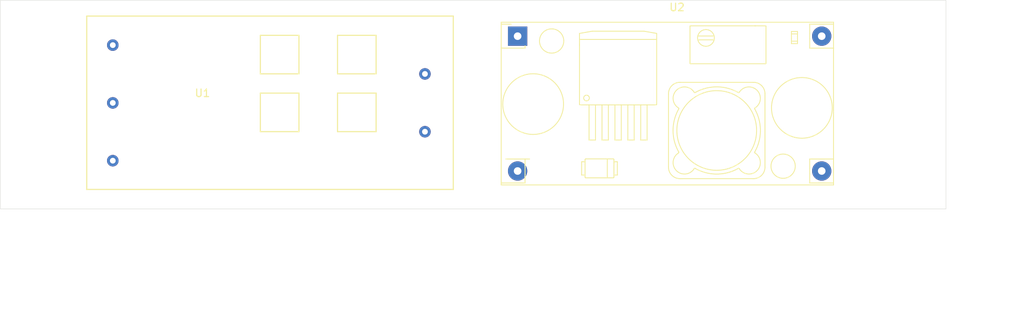
<source format=kicad_pcb>
(kicad_pcb (version 20240108) (generator "pcbnew") (generator_version "8.0")
  (layers (0 "F.Cu" signal) (31 "B.Cu" signal) (34 "B.Paste" user) (35 "F.Paste" user) (36 "B.SilkS" user "B.Silkscreen") (37 "F.SilkS" user "F.Silkscreen") (38 "B.Mask" user) (39 "F.Mask" user) (44 "Edge.Cuts" user))
  (net 0 "")
  (footprint "LM2596:YAAJ_DCDC_StepDown_LM2596" (layer "F.Cu") (at 152 76.72)
    (property "Reference" "U2" (at 21.59 -3.81 0) (layer "F.SilkS"))
    (property "Value" "YAAJ_DCDC_StepDown_LM2596")
    (fp_line (start -1.555 -1.835) (end -1.555 19.615) (stroke (width 0.12)) (layer "F.SilkS"))
    (fp_line (start -1.555 19.615) (end 42.195 19.615) (stroke (width 0.12)) (layer "F.SilkS"))
    (fp_line (start -1.55 -1.58) (end -0.25 -1.58) (stroke (width 0.12)) (layer "F.SilkS"))
    (fp_line (start -1.55 1.575) (end 1.58 1.58) (stroke (width 0.12)) (layer "F.SilkS"))
    (fp_line (start -1.55 19.36) (end 1.58 19.36) (stroke (width 0.12)) (layer "F.SilkS"))
    (fp_line (start -0.95 16.2) (end 2.18 16.2) (stroke (width 0.12)) (layer "F.SilkS"))
    (fp_line (start 1.58 1.27) (end 1.58 1.58) (stroke (width 0.12)) (layer "F.SilkS"))
    (fp_line (start 1.58 16.2) (end 1.58 19.36) (stroke (width 0.12)) (layer "F.SilkS"))
    (fp_line (start 8.749233 1.004149) (end 8.749233 1.165687) (stroke (width 0.12)) (layer "F.SilkS"))
    (fp_line (start 8.750233 -0.36239) (end 10.400233 -0.653329) (stroke (width 0.12)) (layer "F.SilkS"))
    (fp_line (start 8.750233 8.989106) (end 8.750233 -0.36239) (stroke (width 0.12)) (layer "F.SilkS"))
    (fp_line (start 8.750233 8.989106) (end 8.827797 9.06667) (stroke (width 0.12)) (layer "F.SilkS"))
    (fp_line (start 8.827797 9.06667) (end 18.83267 9.06667) (stroke (width 0.12)) (layer "F.SilkS"))
    (fp_line (start 9.031636 16.558217) (end 9.481636 16.558217) (stroke (width 0.12)) (layer "F.SilkS"))
    (fp_line (start 9.031636 18.308217) (end 9.031636 16.558217) (stroke (width 0.12)) (layer "F.SilkS"))
    (fp_line (start 9.481636 18.308217) (end 9.031636 18.308217) (stroke (width 0.12)) (layer "F.SilkS"))
    (fp_line (start 9.481636 18.583217) (end 9.481636 16.283217) (stroke (width 0.12)) (layer "F.SilkS"))
    (fp_line (start 9.581636 16.183217) (end 13.181636 16.183217) (stroke (width 0.12)) (layer "F.SilkS"))
    (fp_line (start 10.010233 13.69667) (end 10.010233 9.06667) (stroke (width 0.12)) (layer "F.SilkS"))
    (fp_line (start 10.010233 13.69667) (end 10.850233 13.69667) (stroke (width 0.12)) (layer "F.SilkS"))
    (fp_line (start 10.400233 -0.653329) (end 17.260233 -0.653329) (stroke (width 0.12)) (layer "F.SilkS"))
    (fp_line (start 10.850233 13.69667) (end 10.850233 9.06667) (stroke (width 0.12)) (layer "F.SilkS"))
    (fp_line (start 11.710233 13.69667) (end 11.710233 9.06667) (stroke (width 0.12)) (layer "F.SilkS"))
    (fp_line (start 11.710233 13.69667) (end 12.550233 13.69667) (stroke (width 0.12)) (layer "F.SilkS"))
    (fp_line (start 12.411358 16.283217) (end 12.411358 18.583217) (stroke (width 0.12)) (layer "F.SilkS"))
    (fp_line (start 12.550233 13.69667) (end 12.550233 9.06667) (stroke (width 0.12)) (layer "F.SilkS"))
    (fp_line (start 13.181636 18.683217) (end 9.581636 18.683217) (stroke (width 0.12)) (layer "F.SilkS"))
    (fp_line (start 13.281636 16.283217) (end 13.281636 18.583217) (stroke (width 0.12)) (layer "F.SilkS"))
    (fp_line (start 13.281636 16.558217) (end 13.731636 16.558217) (stroke (width 0.12)) (layer "F.SilkS"))
    (fp_line (start 13.282636 16.794696) (end 13.282636 16.700144) (stroke (width 0.12)) (layer "F.SilkS"))
    (fp_line (start 13.410233 13.69667) (end 13.410233 9.06667) (stroke (width 0.12)) (layer "F.SilkS"))
    (fp_line (start 13.410233 13.69667) (end 14.250233 13.69667) (stroke (width 0.12)) (layer "F.SilkS"))
    (fp_line (start 13.731636 16.558217) (end 13.731636 18.308217) (stroke (width 0.12)) (layer "F.SilkS"))
    (fp_line (start 13.731636 18.308217) (end 13.281636 18.308217) (stroke (width 0.12)) (layer "F.SilkS"))
    (fp_line (start 14.250233 13.69667) (end 14.250233 9.06667) (stroke (width 0.12)) (layer "F.SilkS"))
    (fp_line (start 15.110233 13.69667) (end 15.110233 9.06667) (stroke (width 0.12)) (layer "F.SilkS"))
    (fp_line (start 15.110233 13.69667) (end 15.950233 13.69667) (stroke (width 0.12)) (layer "F.SilkS"))
    (fp_line (start 15.950233 13.69667) (end 15.950233 9.06667) (stroke (width 0.12)) (layer "F.SilkS"))
    (fp_line (start 16.810233 13.69667) (end 16.810233 9.06667) (stroke (width 0.12)) (layer "F.SilkS"))
    (fp_line (start 16.810233 13.69667) (end 17.650233 13.69667) (stroke (width 0.12)) (layer "F.SilkS"))
    (fp_line (start 17.260233 -0.653329) (end 18.910233 -0.36239) (stroke (width 0.12)) (layer "F.SilkS"))
    (fp_line (start 17.650233 13.69667) (end 17.650233 9.06667) (stroke (width 0.12)) (layer "F.SilkS"))
    (fp_line (start 18.83267 9.06667) (end 18.910233 8.989106) (stroke (width 0.12)) (layer "F.SilkS"))
    (fp_line (start 18.910233 0.42667) (end 8.750233 0.42667) (stroke (width 0.12)) (layer "F.SilkS"))
    (fp_line (start 18.910233 8.989106) (end 18.910233 -0.36239) (stroke (width 0.12)) (layer "F.SilkS"))
    (fp_line (start 20.467397 7.585796) (end 20.467397 17.285796) (stroke (width 0.12)) (layer "F.SilkS"))
    (fp_line (start 21.967397 18.785796) (end 31.667397 18.785796) (stroke (width 0.12)) (layer "F.SilkS"))
    (fp_line (start 23.299783 3.582294) (end 23.299783 -1.317705) (stroke (width 0.12)) (layer "F.SilkS"))
    (fp_line (start 23.349783 -1.367705) (end 33.249783 -1.367705) (stroke (width 0.12)) (layer "F.SilkS"))
    (fp_line (start 24.336385 -0.0491) (end 24.360553 -0.017705) (stroke (width 0.12)) (layer "F.SilkS"))
    (fp_line (start 24.348594 0.007294) (end 24.324147 0.002062) (stroke (width 0.12)) (layer "F.SilkS"))
    (fp_line (start 24.348594 0.007294) (end 24.355764 -0.023925) (stroke (width 0.12)) (layer "F.SilkS"))
    (fp_line (start 24.348594 0.007294) (end 24.360553 -0.017705) (stroke (width 0.12)) (layer "F.SilkS"))
    (fp_line (start 24.360553 0.482294) (end 26.439014 0.482294) (stroke (width 0.12)) (layer "F.SilkS"))
    (fp_line (start 26.439014 -0.017705) (end 24.360553 -0.017705) (stroke (width 0.12)) (layer "F.SilkS"))
    (fp_line (start 31.667397 6.085796) (end 21.967397 6.085796) (stroke (width 0.12)) (layer "F.SilkS"))
    (fp_line (start 31.858978 -1.368705) (end 31.814106 -1.368705) (stroke (width 0.12)) (layer "F.SilkS"))
    (fp_line (start 31.942312 -1.368705) (end 31.908357 -1.368705) (stroke (width 0.12)) (layer "F.SilkS"))
    (fp_line (start 33.167397 17.285796) (end 33.167397 7.585796) (stroke (width 0.12)) (layer "F.SilkS"))
    (fp_line (start 33.249783 3.632294) (end 23.349783 3.632294) (stroke (width 0.12)) (layer "F.SilkS"))
    (fp_line (start 33.299783 -1.317705) (end 33.299783 3.582294) (stroke (width 0.12)) (layer "F.SilkS"))
    (fp_line (start 36.648681 -0.299704) (end 37.448681 -0.299704) (stroke (width 0.12)) (layer "F.SilkS"))
    (fp_line (start 36.648681 0.980295) (end 36.648681 -0.619704) (stroke (width 0.12)) (layer "F.SilkS"))
    (fp_line (start 37.448681 -0.619704) (end 36.648681 -0.619704) (stroke (width 0.12)) (layer "F.SilkS"))
    (fp_line (start 37.448681 -0.619704) (end 37.448681 0.980295) (stroke (width 0.12)) (layer "F.SilkS"))
    (fp_line (start 37.448681 0.660295) (end 36.648681 0.660295) (stroke (width 0.12)) (layer "F.SilkS"))
    (fp_line (start 37.448681 0.980295) (end 36.648681 0.980295) (stroke (width 0.12)) (layer "F.SilkS"))
    (fp_line (start 39.06 -1.58) (end 42.175 -1.58) (stroke (width 0.12)) (layer "F.SilkS"))
    (fp_line (start 39.06 1.58) (end 39.06 -1.58) (stroke (width 0.12)) (layer "F.SilkS"))
    (fp_line (start 39.06 1.58) (end 42.22 1.58) (stroke (width 0.12)) (layer "F.SilkS"))
    (fp_line (start 39.06 16.2) (end 42.175 16.2) (stroke (width 0.12)) (layer "F.SilkS"))
    (fp_line (start 39.06 19.36) (end 39.06 16.2) (stroke (width 0.12)) (layer "F.SilkS"))
    (fp_line (start 39.06 19.36) (end 42.175 19.36) (stroke (width 0.12)) (layer "F.SilkS"))
    (fp_line (start 42.195 -1.835) (end -1.555 -1.835) (stroke (width 0.12)) (layer "F.SilkS"))
    (fp_line (start 42.195 19.615) (end 42.195 -1.835) (stroke (width 0.12)) (layer "F.SilkS"))
    (fp_arc (start 9.481636 16.283217) (mid 9.510921 16.212508) (end 9.581636 16.183217) (stroke (width 0.12)) (layer "F.SilkS"))
    (fp_arc (start 9.581636 18.683217) (mid 9.510896 18.653941) (end 9.481636 18.583217) (stroke (width 0.12)) (layer "F.SilkS"))
    (fp_arc (start 13.181636 16.183217) (mid 13.252317 16.21252) (end 13.281636 16.283217) (stroke (width 0.12)) (layer "F.SilkS"))
    (fp_arc (start 13.281636 18.583217) (mid 13.252343 18.653929) (end 13.181636 18.683217) (stroke (width 0.12)) (layer "F.SilkS"))
    (fp_arc (start 20.467397 7.585796) (mid 20.906738 6.525137) (end 21.967397 6.085796) (stroke (width 0.12)) (layer "F.SilkS"))
    (fp_arc (start 21.781131 9.46601) (mid 21.825155 9.526249) (end 21.815218 9.600183) (stroke (width 0.12)) (layer "F.SilkS"))
    (fp_arc (start 21.781132 9.466011) (mid 21.514101 7.132501) (end 23.847611 7.399531) (stroke (width 0.12)) (layer "F.SilkS"))
    (fp_arc (start 21.815217 15.271409) (mid 21.825126 15.345337) (end 21.781132 15.405582) (stroke (width 0.12)) (layer "F.SilkS"))
    (fp_arc (start 21.815218 15.27141) (mid 21.067399 12.435797) (end 21.815218 9.600183) (stroke (width 0.12)) (layer "F.SilkS"))
    (fp_arc (start 21.967397 18.785796) (mid 20.90674 18.346455) (end 20.467397 17.285796) (stroke (width 0.12)) (layer "F.SilkS"))
    (fp_arc (start 23.299783 -1.317705) (mid 23.314428 -1.353063) (end 23.349783 -1.367705) (stroke (width 0.12)) (layer "F.SilkS"))
    (fp_arc (start 23.349783 3.632294) (mid 23.314441 3.617643) (end 23.299783 3.582294) (stroke (width 0.12)) (layer "F.SilkS"))
    (fp_arc (start 23.847611 17.472062) (mid 21.514153 17.739048) (end 21.781132 15.405582) (stroke (width 0.12)) (layer "F.SilkS"))
    (fp_arc (start 23.847611 17.472062) (mid 23.90785 17.428041) (end 23.981783 17.437976) (stroke (width 0.12)) (layer "F.SilkS"))
    (fp_arc (start 23.981783 7.433617) (mid 23.907859 7.44352) (end 23.847611 7.399531) (stroke (width 0.12)) (layer "F.SilkS"))
    (fp_arc (start 23.981784 7.433617) (mid 26.817398 6.685796) (end 29.653011 7.433617) (stroke (width 0.12)) (layer "F.SilkS"))
    (fp_arc (start 24.324148 0.462527) (mid 26.469639 -0.023582) (end 24.336385 0.51369) (stroke (width 0.12)) (layer "F.SilkS"))
    (fp_arc (start 29.653011 17.437976) (mid 26.817397 18.185797) (end 23.981783 17.437976) (stroke (width 0.12)) (layer "F.SilkS"))
    (fp_arc (start 29.653011 17.437976) (mid 29.726938 17.428069) (end 29.787183 17.472062) (stroke (width 0.12)) (layer "F.SilkS"))
    (fp_arc (start 29.787183 7.399531) (mid 29.726945 7.443551) (end 29.653011 7.433617) (stroke (width 0.12)) (layer "F.SilkS"))
    (fp_arc (start 29.787183 7.399531) (mid 32.120655 7.132547) (end 31.853662 9.466011) (stroke (width 0.12)) (layer "F.SilkS"))
    (fp_arc (start 31.667397 6.085796) (mid 32.728061 6.525135) (end 33.167397 7.585796) (stroke (width 0.12)) (layer "F.SilkS"))
    (fp_arc (start 31.819576 9.600183) (mid 32.567399 12.435797) (end 31.819576 15.27141) (stroke (width 0.12)) (layer "F.SilkS"))
    (fp_arc (start 31.819577 9.600184) (mid 31.809674 9.526259) (end 31.853662 9.466011) (stroke (width 0.12)) (layer "F.SilkS"))
    (fp_arc (start 31.853662 15.405582) (mid 32.120701 17.739101) (end 29.787183 17.472062) (stroke (width 0.12)) (layer "F.SilkS"))
    (fp_arc (start 31.853663 15.405583) (mid 31.809646 15.345344) (end 31.819576 15.27141) (stroke (width 0.12)) (layer "F.SilkS"))
    (fp_arc (start 33.167397 17.285796) (mid 32.728058 18.346458) (end 31.667397 18.785796) (stroke (width 0.12)) (layer "F.SilkS"))
    (fp_arc (start 33.249783 -1.367705) (mid 33.285151 -1.353067) (end 33.299783 -1.317705) (stroke (width 0.12)) (layer "F.SilkS"))
    (fp_arc (start 33.299783 3.582294) (mid 33.285139 3.617647) (end 33.249783 3.632294) (stroke (width 0.12)) (layer "F.SilkS"))
    (fp_circle (center 2.646666 8.957418) (end 6.646666 8.957418) (stroke (width 0.12)) (fill none) (layer "F.SilkS"))
    (fp_circle (center 5.08 0.635) (end 6.678999 0.635) (stroke (width 0.12)) (fill none) (layer "F.SilkS"))
    (fp_circle (center 9.673179 8.154594) (end 10.048179 8.154594) (stroke (width 0.12)) (fill none) (layer "F.SilkS"))
    (fp_circle (center 26.817397 12.435796) (end 32.067397 12.435796) (stroke (width 0.12)) (fill none) (layer "F.SilkS"))
    (fp_circle (center 35.56 17.145) (end 37.159 17.145) (stroke (width 0.12)) (fill none) (layer "F.SilkS"))
    (fp_circle (center 38.029307 9.455206) (end 42.029307 9.455206) (stroke (width 0.12)) (fill none) (layer "F.SilkS"))
    (pad "1" thru_hole rect (at 0.6 0) (size 2.54 2.54) (drill 1) (layers "*.Cu" "*.Mask"))
    (pad "2" thru_hole circle (at 0.6 17.78) (size 2.54 2.54) (drill 1) (layers "*.Cu" "*.Mask"))
    (pad "3" thru_hole circle (at 40.64 17.78) (size 2.54 2.54) (drill 1) (layers "*.Cu" "*.Mask"))
    (pad "4" thru_hole circle (at 40.64 0) (size 2.54 2.54) (drill 1) (layers "*.Cu" "*.Mask"))
  )
  (footprint "megasaturnv_custom_components:HX-2S-JH20" (layer "F.Cu") (at 120 85.5 180)
    (property "Reference" "U1" (at 8.89 1.27 0) (layer "F.SilkS"))
    (property "Value" "HX-2S-JH20")
    (fp_line (start 24.13 11.43) (end -24.13 11.43) (stroke (width 0.15)) (layer "F.SilkS"))
    (fp_line (start 24.13 -11.43) (end 24.13 11.43) (stroke (width 0.15)) (layer "F.SilkS"))
    (fp_line (start 1.27 8.89) (end 1.27 3.81) (stroke (width 0.15)) (layer "F.SilkS"))
    (fp_line (start 1.27 3.81) (end -3.81 3.81) (stroke (width 0.15)) (layer "F.SilkS"))
    (fp_line (start 1.27 1.27) (end 1.27 -3.81) (stroke (width 0.15)) (layer "F.SilkS"))
    (fp_line (start 1.27 -3.81) (end -3.81 -3.81) (stroke (width 0.15)) (layer "F.SilkS"))
    (fp_line (start -3.81 8.89) (end 1.27 8.89) (stroke (width 0.15)) (layer "F.SilkS"))
    (fp_line (start -3.81 3.81) (end -3.81 8.89) (stroke (width 0.15)) (layer "F.SilkS"))
    (fp_line (start -3.81 1.27) (end 1.27 1.27) (stroke (width 0.15)) (layer "F.SilkS"))
    (fp_line (start -3.81 -3.81) (end -3.81 1.27) (stroke (width 0.15)) (layer "F.SilkS"))
    (fp_line (start -8.89 8.89) (end -8.89 3.81) (stroke (width 0.15)) (layer "F.SilkS"))
    (fp_line (start -8.89 3.81) (end -13.97 3.81) (stroke (width 0.15)) (layer "F.SilkS"))
    (fp_line (start -8.89 1.27) (end -8.89 -3.81) (stroke (width 0.15)) (layer "F.SilkS"))
    (fp_line (start -8.89 -3.81) (end -13.97 -3.81) (stroke (width 0.15)) (layer "F.SilkS"))
    (fp_line (start -13.97 8.89) (end -8.89 8.89) (stroke (width 0.15)) (layer "F.SilkS"))
    (fp_line (start -13.97 3.81) (end -13.97 8.89) (stroke (width 0.15)) (layer "F.SilkS"))
    (fp_line (start -13.97 1.27) (end -8.89 1.27) (stroke (width 0.15)) (layer "F.SilkS"))
    (fp_line (start -13.97 -3.81) (end -13.97 1.27) (stroke (width 0.15)) (layer "F.SilkS"))
    (fp_line (start -24.13 11.43) (end -24.13 -11.43) (stroke (width 0.15)) (layer "F.SilkS"))
    (fp_line (start -24.13 -11.43) (end 24.13 -11.43) (stroke (width 0.15)) (layer "F.SilkS"))
    (pad "1" thru_hole circle (at -20.4 3.8 180) (size 1.524 1.524) (drill 0.762) (layers "*.Cu" "*.Mask"))
    (pad "2" thru_hole circle (at -20.4 -3.82 180) (size 1.524 1.524) (drill 0.762) (layers "*.Cu" "*.Mask"))
    (pad "3" thru_hole circle (at 20.7 7.6 180) (size 1.524 1.524) (drill 0.762) (layers "*.Cu" "*.Mask"))
    (pad "4" thru_hole circle (at 20.7 -0.02 180) (size 1.524 1.524) (drill 0.762) (layers "*.Cu" "*.Mask"))
    (pad "5" thru_hole circle (at 20.7 -7.64 180) (size 1.524 1.524) (drill 0.762) (layers "*.Cu" "*.Mask"))
  )
  (gr_rect (start 84.5 72) (end 209 99.5) (stroke (width 0.05)) (fill none) (layer "Edge.Cuts"))
)
</source>
